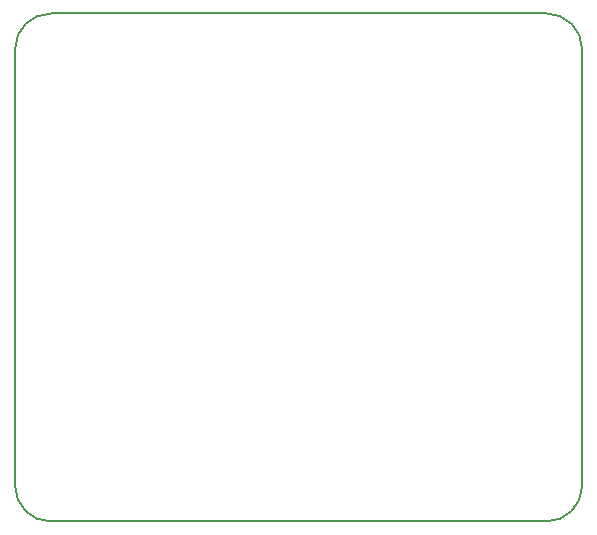
<source format=gbr>
G04 #@! TF.GenerationSoftware,KiCad,Pcbnew,(5.0.2)-1*
G04 #@! TF.CreationDate,2019-02-20T15:00:44+02:00*
G04 #@! TF.ProjectId,APPS_SMD,41505053-5f53-44d4-942e-6b696361645f,rev?*
G04 #@! TF.SameCoordinates,Original*
G04 #@! TF.FileFunction,Profile,NP*
%FSLAX46Y46*%
G04 Gerber Fmt 4.6, Leading zero omitted, Abs format (unit mm)*
G04 Created by KiCad (PCBNEW (5.0.2)-1) date 2/20/2019 3:00:44 PM*
%MOMM*%
%LPD*%
G01*
G04 APERTURE LIST*
%ADD10C,0.150000*%
G04 APERTURE END LIST*
D10*
X40000000Y-28000000D02*
X40000000Y-30000000D01*
X40000000Y-65000000D02*
X40000000Y-62000000D01*
X85000000Y-25000000D02*
X43000000Y-25000000D01*
X85000000Y-25000000D02*
G75*
G02X88000000Y-28000000I0J-3000000D01*
G01*
X88000000Y-65000000D02*
X88000000Y-28000000D01*
X88000000Y-65000000D02*
G75*
G02X85000000Y-68000000I-3000000J0D01*
G01*
X85000000Y-68000000D02*
X43000000Y-68000000D01*
X43000000Y-68000000D02*
G75*
G02X40000000Y-65000000I0J3000000D01*
G01*
X40000000Y-30000000D02*
X40000000Y-62000000D01*
X40000000Y-28000000D02*
G75*
G02X43000000Y-25000000I3000000J0D01*
G01*
M02*

</source>
